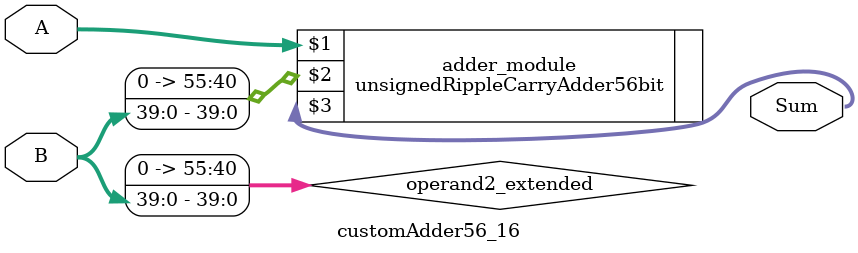
<source format=v>
module customAdder56_16(
                        input [55 : 0] A,
                        input [39 : 0] B,
                        
                        output [56 : 0] Sum
                );

        wire [55 : 0] operand2_extended;
        
        assign operand2_extended =  {16'b0, B};
        
        unsignedRippleCarryAdder56bit adder_module(
            A,
            operand2_extended,
            Sum
        );
        
        endmodule
        
</source>
